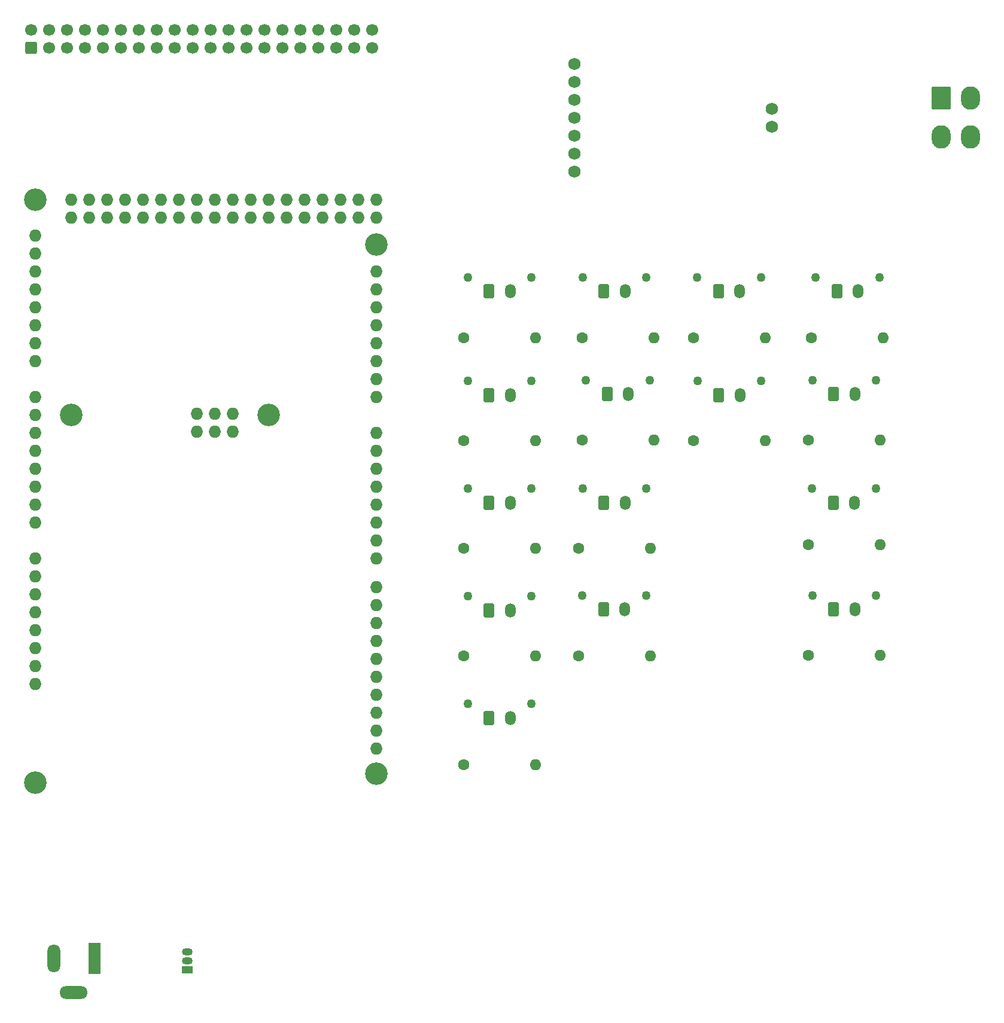
<source format=gbs>
%TF.GenerationSoftware,KiCad,Pcbnew,(6.0.8)*%
%TF.CreationDate,2022-12-20T11:47:50-06:00*%
%TF.ProjectId,Control Box,436f6e74-726f-46c2-9042-6f782e6b6963,rev?*%
%TF.SameCoordinates,Original*%
%TF.FileFunction,Soldermask,Bot*%
%TF.FilePolarity,Negative*%
%FSLAX46Y46*%
G04 Gerber Fmt 4.6, Leading zero omitted, Abs format (unit mm)*
G04 Created by KiCad (PCBNEW (6.0.8)) date 2022-12-20 11:47:50*
%MOMM*%
%LPD*%
G01*
G04 APERTURE LIST*
G04 Aperture macros list*
%AMRoundRect*
0 Rectangle with rounded corners*
0 $1 Rounding radius*
0 $2 $3 $4 $5 $6 $7 $8 $9 X,Y pos of 4 corners*
0 Add a 4 corners polygon primitive as box body*
4,1,4,$2,$3,$4,$5,$6,$7,$8,$9,$2,$3,0*
0 Add four circle primitives for the rounded corners*
1,1,$1+$1,$2,$3*
1,1,$1+$1,$4,$5*
1,1,$1+$1,$6,$7*
1,1,$1+$1,$8,$9*
0 Add four rect primitives between the rounded corners*
20,1,$1+$1,$2,$3,$4,$5,0*
20,1,$1+$1,$4,$5,$6,$7,0*
20,1,$1+$1,$6,$7,$8,$9,0*
20,1,$1+$1,$8,$9,$2,$3,0*%
G04 Aperture macros list end*
%ADD10C,1.600000*%
%ADD11O,1.600000X1.600000*%
%ADD12C,1.270000*%
%ADD13RoundRect,0.250001X-0.499999X-0.759999X0.499999X-0.759999X0.499999X0.759999X-0.499999X0.759999X0*%
%ADD14O,1.500000X2.020000*%
%ADD15R,1.500000X1.050000*%
%ADD16O,1.500000X1.050000*%
%ADD17R,1.800000X4.400000*%
%ADD18O,1.800000X4.000000*%
%ADD19O,4.000000X1.800000*%
%ADD20RoundRect,0.250001X-1.099999X-1.399999X1.099999X-1.399999X1.099999X1.399999X-1.099999X1.399999X0*%
%ADD21O,2.700000X3.300000*%
%ADD22RoundRect,0.250000X0.600000X-0.600000X0.600000X0.600000X-0.600000X0.600000X-0.600000X-0.600000X0*%
%ADD23C,1.700000*%
%ADD24C,1.727200*%
%ADD25C,3.200000*%
%ADD26O,1.727200X1.727200*%
G04 APERTURE END LIST*
D10*
%TO.C,R15*%
X157988000Y-67725000D03*
D11*
X168148000Y-67725000D03*
%TD*%
D10*
%TO.C,R14*%
X173736000Y-67725000D03*
D11*
X183896000Y-67725000D03*
%TD*%
D10*
%TO.C,R13*%
X141224000Y-67725000D03*
D11*
X151384000Y-67725000D03*
%TD*%
D10*
%TO.C,R2*%
X157480000Y-112776000D03*
D11*
X167640000Y-112776000D03*
%TD*%
D12*
%TO.C,SW5*%
X167036000Y-104212000D03*
X158036000Y-104212000D03*
D13*
X161036000Y-106172000D03*
D14*
X164036000Y-106172000D03*
%TD*%
D12*
%TO.C,SW4*%
X150804000Y-73825000D03*
X141804000Y-73825000D03*
D13*
X144804000Y-75785000D03*
D14*
X147804000Y-75785000D03*
%TD*%
D10*
%TO.C,R11*%
X189992000Y-97028000D03*
D11*
X200152000Y-97028000D03*
%TD*%
D10*
%TO.C,R9*%
X190452000Y-67725000D03*
D11*
X200612000Y-67725000D03*
%TD*%
D15*
%TO.C,U1*%
X102108000Y-157226000D03*
D16*
X102108000Y-155956000D03*
X102108000Y-154686000D03*
%TD*%
D12*
%TO.C,SW8*%
X174316000Y-73825000D03*
X183316000Y-73825000D03*
D13*
X177316000Y-75785000D03*
D14*
X180316000Y-75785000D03*
%TD*%
D10*
%TO.C,R8*%
X157964000Y-82203000D03*
D11*
X168124000Y-82203000D03*
%TD*%
D17*
%TO.C,J2*%
X89027000Y-155575000D03*
D18*
X83227000Y-155575000D03*
D19*
X86027000Y-160375000D03*
%TD*%
D12*
%TO.C,SW1*%
X141804000Y-59155000D03*
X150804000Y-59155000D03*
D13*
X144804000Y-61115000D03*
D14*
X147804000Y-61115000D03*
%TD*%
D12*
%TO.C,SW7*%
X150804000Y-104305000D03*
X141804000Y-104305000D03*
D13*
X144804000Y-106265000D03*
D14*
X147804000Y-106265000D03*
%TD*%
D10*
%TO.C,R4*%
X141224000Y-112776000D03*
D11*
X151384000Y-112776000D03*
%TD*%
D12*
%TO.C,SW12*%
X200056000Y-59161000D03*
X191056000Y-59161000D03*
D13*
X194056000Y-61121000D03*
D14*
X197056000Y-61121000D03*
%TD*%
D12*
%TO.C,SW11*%
X150804000Y-119545000D03*
X141804000Y-119545000D03*
D13*
X144804000Y-121505000D03*
D14*
X147804000Y-121505000D03*
%TD*%
D12*
%TO.C,SW15*%
X190572000Y-104212000D03*
X199572000Y-104212000D03*
D13*
X193572000Y-106172000D03*
D14*
X196572000Y-106172000D03*
%TD*%
D12*
%TO.C,SW6*%
X150804000Y-89065000D03*
X141804000Y-89065000D03*
D13*
X144804000Y-91025000D03*
D14*
X147804000Y-91025000D03*
%TD*%
D12*
%TO.C,SW9*%
X158060000Y-89065000D03*
X167060000Y-89065000D03*
D13*
X161060000Y-91025000D03*
D14*
X164060000Y-91025000D03*
%TD*%
D10*
%TO.C,R12*%
X189980000Y-112683000D03*
D11*
X200140000Y-112683000D03*
%TD*%
D20*
%TO.C,J1*%
X208788000Y-33782000D03*
D21*
X212988000Y-33782000D03*
X208788000Y-39282000D03*
X212988000Y-39282000D03*
%TD*%
D10*
%TO.C,R1*%
X141224000Y-82296000D03*
D11*
X151384000Y-82296000D03*
%TD*%
D12*
%TO.C,SW2*%
X174300000Y-59155000D03*
X183300000Y-59155000D03*
D13*
X177300000Y-61115000D03*
D14*
X180300000Y-61115000D03*
%TD*%
D22*
%TO.C,J3*%
X80010000Y-26660500D03*
D23*
X80010000Y-24120500D03*
X82550000Y-26660500D03*
X82550000Y-24120500D03*
X85090000Y-26660500D03*
X85090000Y-24120500D03*
X87630000Y-26660500D03*
X87630000Y-24120500D03*
X90170000Y-26660500D03*
X90170000Y-24120500D03*
X92710000Y-26660500D03*
X92710000Y-24120500D03*
X95250000Y-26660500D03*
X95250000Y-24120500D03*
X97790000Y-26660500D03*
X97790000Y-24120500D03*
X100330000Y-26660500D03*
X100330000Y-24120500D03*
X102870000Y-26660500D03*
X102870000Y-24120500D03*
X105410000Y-26660500D03*
X105410000Y-24120500D03*
X107950000Y-26660500D03*
X107950000Y-24120500D03*
X110490000Y-26660500D03*
X110490000Y-24120500D03*
X113030000Y-26660500D03*
X113030000Y-24120500D03*
X115570000Y-26660500D03*
X115570000Y-24120500D03*
X118110000Y-26660500D03*
X118110000Y-24120500D03*
X120650000Y-26660500D03*
X120650000Y-24120500D03*
X123190000Y-26660500D03*
X123190000Y-24120500D03*
X125730000Y-26660500D03*
X125730000Y-24120500D03*
X128270000Y-26660500D03*
X128270000Y-24120500D03*
%TD*%
D10*
%TO.C,R6*%
X157480000Y-97536000D03*
D11*
X167640000Y-97536000D03*
%TD*%
D12*
%TO.C,SW14*%
X199548000Y-89065000D03*
X190548000Y-89065000D03*
D13*
X193548000Y-91025000D03*
D14*
X196548000Y-91025000D03*
%TD*%
D10*
%TO.C,R7*%
X141248000Y-128109000D03*
D11*
X151408000Y-128109000D03*
%TD*%
D24*
%TO.C,CM1*%
X156915000Y-44168957D03*
X156883044Y-41619000D03*
X156867776Y-39111945D03*
X156867776Y-36571945D03*
X156898312Y-33966055D03*
X156883044Y-31459000D03*
X156883044Y-28919000D03*
X184823044Y-37809000D03*
X184823044Y-35269000D03*
%TD*%
D10*
%TO.C,R5*%
X173736000Y-82296000D03*
D11*
X183896000Y-82296000D03*
%TD*%
D10*
%TO.C,R10*%
X189992000Y-82203000D03*
D11*
X200152000Y-82203000D03*
%TD*%
D12*
%TO.C,SW3*%
X167060000Y-59155000D03*
X158060000Y-59155000D03*
D13*
X161060000Y-61115000D03*
D14*
X164060000Y-61115000D03*
%TD*%
D12*
%TO.C,SW13*%
X190572000Y-73732000D03*
X199572000Y-73732000D03*
D13*
X193572000Y-75692000D03*
D14*
X196572000Y-75692000D03*
%TD*%
D10*
%TO.C,R3*%
X141224000Y-97536000D03*
D11*
X151384000Y-97536000D03*
%TD*%
D12*
%TO.C,SW10*%
X167544000Y-73732000D03*
X158544000Y-73732000D03*
D13*
X161544000Y-75692000D03*
D14*
X164544000Y-75692000D03*
%TD*%
D25*
%TO.C,XA1*%
X128865500Y-129413000D03*
X85685500Y-78613000D03*
D26*
X80605500Y-116713000D03*
D25*
X113625500Y-78613000D03*
X128865500Y-54483000D03*
X80605500Y-130683000D03*
X80605500Y-48133000D03*
D26*
X80605500Y-109093000D03*
X80605500Y-106553000D03*
X108545500Y-78486000D03*
X128865500Y-50673000D03*
X128865500Y-48133000D03*
X80605500Y-93853000D03*
X80605500Y-91313000D03*
X80605500Y-88773000D03*
X80605500Y-86233000D03*
X80605500Y-83693000D03*
X80605500Y-81153000D03*
X80605500Y-78613000D03*
X80605500Y-76073000D03*
X80605500Y-70993000D03*
X80605500Y-68453000D03*
X80605500Y-65913000D03*
X80605500Y-63373000D03*
X80605500Y-60833000D03*
X80605500Y-58293000D03*
X80605500Y-55753000D03*
X80605500Y-53213000D03*
X128865500Y-120777000D03*
X128865500Y-81153000D03*
X128865500Y-83693000D03*
X128865500Y-86233000D03*
X128865500Y-88773000D03*
X128865500Y-91313000D03*
X128865500Y-93853000D03*
X128865500Y-96393000D03*
X128865500Y-98933000D03*
X128865500Y-102997000D03*
X128865500Y-105537000D03*
X128865500Y-108077000D03*
X128865500Y-110617000D03*
X128865500Y-113157000D03*
X128865500Y-115697000D03*
X128865500Y-76073000D03*
X128865500Y-73533000D03*
X128865500Y-70993000D03*
X128865500Y-68453000D03*
X128865500Y-65913000D03*
X128865500Y-63373000D03*
X128865500Y-60833000D03*
X128865500Y-58293000D03*
X126325500Y-50673000D03*
X126325500Y-48133000D03*
X123785500Y-50673000D03*
X123785500Y-48133000D03*
X121245500Y-50673000D03*
X121245500Y-48133000D03*
X118705500Y-50673000D03*
X118705500Y-48133000D03*
X116165500Y-50673000D03*
X116165500Y-48133000D03*
X113625500Y-50673000D03*
X113625500Y-48133000D03*
X111085500Y-50673000D03*
X111085500Y-48133000D03*
X108545500Y-50673000D03*
X108545500Y-48133000D03*
X106005500Y-50673000D03*
X106005500Y-48133000D03*
X103465500Y-50673000D03*
X103465500Y-48133000D03*
X100925500Y-50673000D03*
X100925500Y-48133000D03*
X98385500Y-50673000D03*
X98385500Y-48133000D03*
X95845500Y-50673000D03*
X95845500Y-48133000D03*
X93305500Y-50673000D03*
X93305500Y-48133000D03*
X90765500Y-50673000D03*
X90765500Y-48133000D03*
X88225500Y-50673000D03*
X88225500Y-48133000D03*
X128865500Y-118237000D03*
X80605500Y-104013000D03*
X80605500Y-101473000D03*
X103465500Y-78486000D03*
X85685500Y-50673000D03*
X85685500Y-48133000D03*
X80605500Y-114173000D03*
X108545500Y-81026000D03*
X106005500Y-78486000D03*
X80605500Y-111633000D03*
X103465500Y-81026000D03*
X106005500Y-81026000D03*
X128865500Y-125857000D03*
X128865500Y-123317000D03*
X80605500Y-98933000D03*
%TD*%
M02*

</source>
